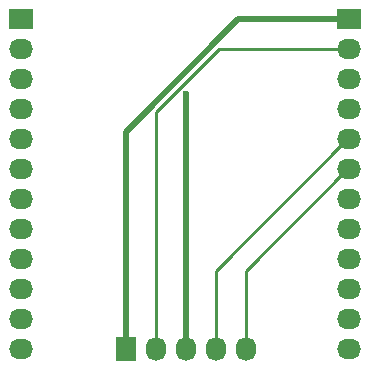
<source format=gbl>
G04 #@! TF.FileFunction,Copper,L2,Bot,Signal*
%FSLAX46Y46*%
G04 Gerber Fmt 4.6, Leading zero omitted, Abs format (unit mm)*
G04 Created by KiCad (PCBNEW 4.0.5) date 01/13/17 18:23:13*
%MOMM*%
%LPD*%
G01*
G04 APERTURE LIST*
%ADD10C,0.100000*%
%ADD11R,2.032000X1.727200*%
%ADD12O,2.032000X1.727200*%
%ADD13R,1.727200X2.032000*%
%ADD14O,1.727200X2.032000*%
%ADD15C,0.600000*%
%ADD16C,0.508000*%
%ADD17C,0.250000*%
%ADD18C,0.254000*%
G04 APERTURE END LIST*
D10*
D11*
X142240000Y-104140000D03*
D12*
X142240000Y-106680000D03*
X142240000Y-109220000D03*
X142240000Y-111760000D03*
X142240000Y-114300000D03*
X142240000Y-116840000D03*
X142240000Y-119380000D03*
X142240000Y-121920000D03*
X142240000Y-124460000D03*
X142240000Y-127000000D03*
X142240000Y-129540000D03*
X142240000Y-132080000D03*
D13*
X151130000Y-132080000D03*
D14*
X153670000Y-132080000D03*
X156210000Y-132080000D03*
X158750000Y-132080000D03*
X161290000Y-132080000D03*
D11*
X170027600Y-104140000D03*
D12*
X170027600Y-106680000D03*
X170027600Y-109220000D03*
X170027600Y-111760000D03*
X170027600Y-114300000D03*
X170027600Y-116840000D03*
X170027600Y-119380000D03*
X170027600Y-121920000D03*
X170027600Y-124460000D03*
X170027600Y-127000000D03*
X170027600Y-129540000D03*
X170027600Y-132080000D03*
D15*
X156210000Y-110490000D03*
D16*
X151130000Y-132080000D02*
X151130000Y-113664080D01*
X151130000Y-113664080D02*
X160654080Y-104140000D01*
X160654080Y-104140000D02*
X170027600Y-104140000D01*
D17*
X170027600Y-104140000D02*
X170180000Y-104140000D01*
D18*
X153670000Y-132080000D02*
X153670000Y-112022118D01*
X153670000Y-112022118D02*
X159012118Y-106680000D01*
X159012118Y-106680000D02*
X170027600Y-106680000D01*
D17*
X170027600Y-106680000D02*
X170180000Y-106680000D01*
D16*
X156210000Y-132080000D02*
X156210000Y-110490000D01*
D18*
X158750000Y-132080000D02*
X158750000Y-125425200D01*
X158750000Y-125425200D02*
X169875200Y-114300000D01*
X169875200Y-114300000D02*
X170027600Y-114300000D01*
D17*
X170180000Y-114300000D02*
X170027600Y-114300000D01*
D18*
X161290000Y-132080000D02*
X161290000Y-125425200D01*
X161290000Y-125425200D02*
X169875200Y-116840000D01*
X169875200Y-116840000D02*
X170027600Y-116840000D01*
D17*
X170180000Y-116840000D02*
X170027600Y-116840000D01*
M02*

</source>
